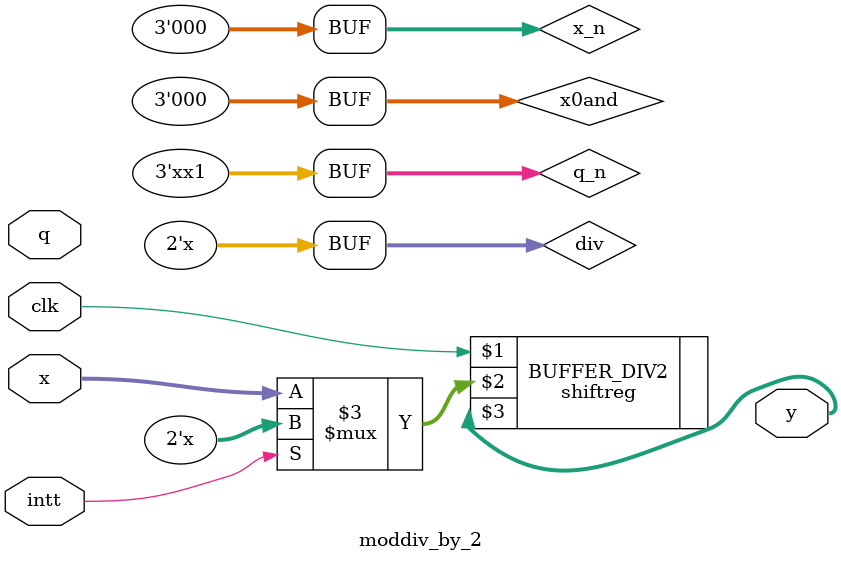
<source format=v>

`timescale 1ns / 1ps

module moddiv_by_2
#(
    parameter LOGQ       = 0,
    parameter LOGN       = 0,
    parameter IS_Q_FIXED = 0,
    parameter Q          = 0,
    parameter DELAY_ADD  = 0,
    parameter DELAY_SUB  = 0,
    parameter DELAY_MUL  = 0,
    parameter   DSP_W    = 0,
    parameter   DSP_H    = 0,
    parameter DELAY_RED  = 0,
    parameter   TYPE_RED = 0,
    parameter   W        = 0,
    parameter   L        = 0,
    parameter   MULLAT   = 0,
    parameter   ADDPIP   = 0,
    parameter DELAY_DIV2 = 0,
    parameter DELAY_BRAM = 0,
    parameter DELAY_BROM = 0,
    parameter DELAY_FIFO = 0,
    parameter BTF_GS     = 0
)(
    input             clk,
    input             intt,
    input  [LOGQ-1:0] x,
    input  [LOGQ-1:0] q,
    output [LOGQ-1:0] y
);

wire [LOGQ-2:0] x0and;
wire [LOGQ-2:0] x_n, q_n;
wire [LOGQ-1:0] div;

assign x_n = {LOGQ-1{x[0]}};
assign q_n = {q[LOGQ-1:2],1'b1};

assign x0and = x_n & q_n;
assign div  = x[LOGQ-1:1] + x0and;

shiftreg #(DELAY_DIV2, LOGQ) BUFFER_DIV2 (clk, (intt) ? div : x, y);

endmodule

</source>
